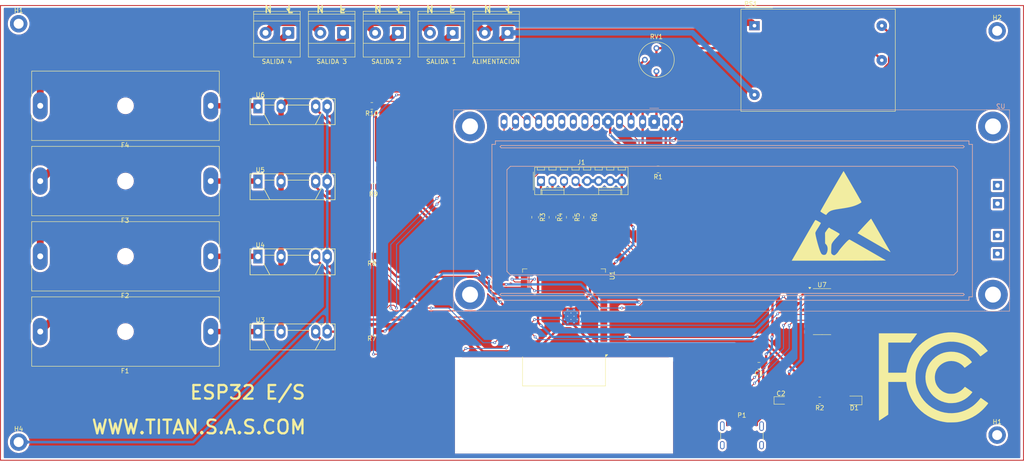
<source format=kicad_pcb>
(kicad_pcb (version 20241229) (generator "pcbnew") (generator_version "9.0")
  (layers (0 "F.Cu" signal) (2 "B.Cu" signal) (13 "F.Paste" user) (15 "B.Paste" user) (5 "F.SilkS" user "F.Silkscreen") (7 "B.SilkS" user "B.Silkscreen") (1 "F.Mask" user) (3 "B.Mask" user) (25 "Edge.Cuts" user))
  (net 0 "")
  (net 1 "Net-(U1-VDD)")
  (net 2 "vcc")
  (net 3 "gnd")
  (net 4 "Net-(D1-A)")
  (net 5 "Net-(F1-Pad1)")
  (net 6 "Net-(J3-Pin_1)")
  (net 7 "Net-(J4-Pin_1)")
  (net 8 "Net-(F2-Pad1)")
  (net 9 "Net-(F3-Pad1)")
  (net 10 "Net-(J5-Pin_1)")
  (net 11 "Net-(J6-Pin_1)")
  (net 12 "Net-(F4-Pad1)")
  (net 13 "Net-(J1-Pin_1)")
  (net 14 "Net-(J1-Pin_4)")
  (net 15 "Net-(J1-Pin_3)")
  (net 16 "Net-(J1-Pin_2)")
  (net 18 "Net-(P1-D-)")
  (net 24 "Net-(P1-D+)")
  (net 25 "Net-(U2-A{slash}VEE)")
  (net 26 "Net-(U1-IO2)")
  (net 27 "IO12")
  (net 28 "IO14")
  (net 29 "IO27")
  (net 30 "IO26")
  (net 31 "IO16")
  (net 32 "Net-(R7-Pad2)")
  (net 33 "IO17")
  (net 34 "Net-(R8-Pad2)")
  (net 35 "Net-(R9-Pad2)")
  (net 36 "IO18")
  (net 37 "Net-(R10-Pad2)")
  (net 38 "IO25")
  (net 39 "Net-(U2-VO)")
  (net 40 "IO22")
  (net 43 "IO23")
  (net 44 "IO01")
  (net 50 "IO4")
  (net 52 "IO03")
  (net 53 "IO21")
  (net 58 "IO19")
  (net 63 "IO5")
  (net 83 "linea")
  (net 84 "Neutro")
  (footprint "Connector_Molex:Molex_KK-254_AE-6410-08A_1x08_P2.54mm_Vertical" (layer "F.Cu") (at 149.86 68.6)
    (property "Reference" "J1")
    (property "Value" "Conn_01x08" (hide yes))
  )
  (footprint "Resistor_SMD:R_0805_2012Metric" (layer "F.Cu") (at 112.6725 85.09 180)
    (property "Reference" "R8")
    (property "Value" "330ohm")
  )
  (footprint "Resistor_SMD:R_0805_2012Metric" (layer "F.Cu") (at 112.6725 52.07 180)
    (property "Reference" "R10")
    (property "Value" "330ohm")
  )
  (footprint "Connector_USB:USB_C_Receptacle_GCT_USB4105-xx-A_16P_TopMnt_Horizontal" (layer "F.Cu") (at 194.06 125.6)
    (property "Reference" "P1")
    (property "Value" "USB_C_Plug_USB2.0")
  )
  (footprint "Resistor_SMD:R_0805_2012Metric" (layer "F.Cu") (at 175.6175 66.04 180)
    (property "Reference" "R1")
    (property "Value" "R_US330ohn")
  )
  (footprint "Fuse:Fuseholder_Cylinder-6.3x32mm_Schurter_0031-8002_Horizontal_Open" (layer "F.Cu") (at 77.25 52.05 180)
    (property "Reference" "F4")
    (property "Value" "Fuse_Small")
  )
  (footprint "Resistor_SMD:R_0805_2012Metric" (layer "F.Cu") (at 160.02 76.5575 -90)
    (property "Reference" "R6")
    (property "Value" "R_US" (hide yes))
  )
  (footprint "TerminalBlock_Phoenix:TerminalBlock_Phoenix_MKDS-1,5-2_1x02_P5.00mm_Horizontal" (layer "F.Cu") (at 106.35 36 180)
    (property "Reference" "SALIDA 3")
    (property "Value" "salida")
  )
  (footprint "Converter_ACDC:Converter_ACDC_MeanWell_IRM-02-xx_THT" (layer "F.Cu") (at 196.82 34.4275)
    (property "Reference" "PS1")
    (property "Value" "IRM-02-5")
  )
  (footprint "Package_SIP:SIP4_Sharp-SSR_P7.62mm_Straight" (layer "F.Cu") (at 87.625 101.72)
    (property "Reference" "U3")
    (property "Value" "S202S02")
  )
  (footprint "TerminalBlock_Phoenix:TerminalBlock_Phoenix_MKDS-1,5-2_1x02_P5.00mm_Horizontal" (layer "F.Cu") (at 130.45 36 180)
    (property "Reference" "SALIDA 1")
    (property "Value" "salida")
  )
  (footprint "Package_SO:SOIC-16_3.9x9.9mm_P1.27mm" (layer "F.Cu") (at 211.68 97.31)
    (property "Reference" "U7")
    (property "Value" "CH340C")
  )
  (footprint "TerminalBlock_Phoenix:TerminalBlock_Phoenix_MKDS-1,5-2_1x02_P5.00mm_Horizontal" (layer "F.Cu") (at 118.4 36 180)
    (property "Reference" "SALIDA 2")
    (property "Value" "salida")
  )
  (footprint "Resistor_SMD:R_0805_2012Metric" (layer "F.Cu") (at 113.03 69.85 180)
    (property "Reference" "R9")
    (property "Value" "330ohm")
  )
  (footprint "TerminalBlock_Phoenix:TerminalBlock_Phoenix_MKDS-1,5-2_1x02_P5.00mm_Horizontal" (layer "F.Cu") (at 142.5 36 180)
    (property "Reference" "ALIMENTACION")
    (property "Value" "alimentacion")
  )
  (footprint "Potentiometer_THT:Potentiometer_Bourns_3339P_Vertical" (layer "F.Cu") (at 175.26 44.45)
    (property "Reference" "RV1")
    (property "Value" "R_Potentiometer_US")
  )
  (footprint "Resistor_SMD:R_0805_2012Metric" (layer "F.Cu") (at 152.4 76.5575 -90)
    (property "Reference" "R4")
    (property "Value" "R_US" (hide yes))
  )
  (footprint "Resistor_SMD:R_0805_2012Metric" (layer "F.Cu") (at 211.1775 116.84 180)
    (property "Reference" "R2")
    (property "Value" "R_US")
  )
  (footprint "MountingHole:MountingHole_2.2mm_M2_DIN965_Pad" (layer "F.Cu") (at 250.19 35.56)
    (property "Reference" "H2")
    (property "Value" "MountingHole_2.2mm_M2_DIN965_Pad" (hide yes))
  )
  (footprint "MountingHole:MountingHole_2.2mm_M2_DIN965_Pad" (layer "F.Cu") (at 35 126)
    (property "Reference" "H4")
    (property "Value" "MountingHole_2.2mm_M2_DIN965_Pad" (hide yes))
  )
  (footprint "Package_SIP:SIP4_Sharp-SSR_P7.62mm_Straight" (layer "F.Cu") (at 87.625 68.7)
    (property "Reference" "U5")
    (property "Value" "S202S02")
  )
  (footprint "Resistor_SMD:R_0805_2012Metric" (layer "F.Cu") (at 156.21 76.5575 -90)
    (property "Reference" "R5")
    (property "Value" "R_US" (hide yes))
  )
  (footprint "MountingHole:MountingHole_2.2mm_M2_DIN965_Pad" (layer "F.Cu") (at 250.19 124.46)
    (property "Reference" "H1")
    (property "Value" "MountingHole_2.2mm_M2_DIN965_Pad" (hide yes))
  )
  (footprint "Resistor_SMD:R_0805_2012Metric" (layer "F.Cu") (at 148.59 76.5575 -90)
    (property "Reference" "R3")
    (property "Value" "R_US" (hide yes))
  )
  (footprint "Capacitor_Tantalum_SMD:CP_EIA-1608-08_AVX-J" (layer "F.Cu") (at 202.645 116.84)
    (property "Reference" "C2")
    (property "Value" "C_Polarized")
  )
  (footprint "Capacitor_SMD:C_0805_2012Metric" (layer "F.Cu") (at 197.8 109.22 180)
    (property "Reference" "C1")
    (property "Value" "C100nF")
  )
  (footprint "Symbol:FCC-Logo_24.2x20mm_SilkScreen" (layer "F.Cu") (at 236.22 111.76)
    (property "Reference" "REF**" (hide yes))
    (property "Value" "FCC-Logo_24.2x20mm_SilkScreen" (hide yes))
  )
  (footprint "RF_Module:ESP32-WROOM-32D" (layer "F.Cu") (at 154.94 97.79 180)
    (property "Reference" "U1")
    (property "Value" "ESP32-WROOM-32D")
  )
  (footprint "Package_SIP:SIP4_Sharp-SSR_P7.62mm_Straight" (layer "F.Cu") (at 87.63 52.19)
    (property "Reference" "U6")
    (property "Value" "S202S02")
  )
  (footprint "Fuse:Fuseholder_Cylinder-6.3x32mm_Schurter_0031-8002_Horizontal_Open" (layer "F.Cu") (at 77.25 101.7 180)
    (property "Reference" "F1")
    (property "Value" "Fuse_Small")
  )
  (footprint "Fuse:Fuseholder_Cylinder-6.3x32mm_Schurter_0031-8002_Horizontal_Open" (layer "F.Cu") (at 77.25 68.6 180)
    (property "Reference" "F3")
    (property "Value" "Fuse_Small")
  )
  (footprint "Fuse:Fuseholder_Cylinder-6.3x32mm_Schurter_0031-8002_Horizontal_Open" (layer "F.Cu") (at 77.25 85.15 180)
    (property "Reference" "F2")
    (property "Value" "Fuse_Small")
  )
  (footprint "Symbol:ESD-Logo_22x20mm_SilkScreen" (layer "F.Cu") (at 215.9 76.2)
    (property "Reference" "REF**" (hide yes))
    (property "Value" "ESD-Logo_22x20mm_SilkScreen" (hide yes))
  )
  (footprint "Resistor_SMD:R_0805_2012Metric" (layer "F.Cu") (at 112.6725 101.6 180)
    (property "Reference" "R7")
    (property "Value" "330ohm")
  )
  (footprint "LED_SMD:LED_0805_2012Metric" (layer "F.Cu") (at 218.7725 116.84 180)
    (property "Reference" "D1")
    (property "Value" "LED")
  )
  (footprint "TerminalBlock_Phoenix:TerminalBlock_Phoenix_MKDS-1,5-2_1x02_P5.00mm_Horizontal" (layer "F.Cu") (at 94.3 36 180)
    (property "Reference" "SALIDA 4")
    (property "Value" "salida")
  )
  (footprint "MountingHole:MountingHole_2.2mm_M2_DIN965_Pad" (layer "F.Cu") (at 35 34)
    (property "Reference" "H1")
    (property "Value" "MountingHole_2.2mm_M2_DIN965_Pad" (hide yes))
  )
  (footprint "Package_SIP:SIP4_Sharp-SSR_P7.62mm_Straight" (layer "F.Cu") (at 87.625 85.21)
    (property "Reference" "U4")
    (property "Value" "S202S02")
  )
  (footprint "Display:LCD-016N002L" (layer "B.Cu") (at 174.77 55.5725 180)
    (property "Reference" "U2")
    (property "Value" "LCD-016N002L")
  )
  (gr_rect (start 31 30) (end 256 130) (stroke (width 0.2)) (fill no) (layer "F.Cu") (net 10))
  (gr_text "ESP32 E/S" (at 72.39 116.84 0) (layer "F.SilkS") (effects (font (size 3 3) (thickness 0.5) (bold yes)) (justify left bottom)))
  (gr_text "N   L" (at 137.16 31.75 0) (layer "F.SilkS") (effects (font (size 1.5 1.5) (thickness 0.3) (bold yes)) (justify left bottom)))
  (gr_text "N   L" (at 88.9 31.75 0) (layer "F.SilkS") (effects (font (size 1.5 1.5) (thickness 0.3) (bold yes)) (justify left bottom)))
  (gr_text "N   L" (at 113.03 31.75 0) (layer "F.SilkS") (effects (font (size 1.5 1.5) (thickness 0.3) (bold yes)) (justify left bottom)))
  (gr_text "N   L" (at 100.33 31.75 0) (layer "F.SilkS") (effects (font (size 1.5 1.5) (thickness 0.3) (bold yes)) (justify left bottom)))
  (gr_text "N   L" (at 124.46 31.75 0) (layer "F.SilkS") (effects (font (size 1.5 1.5) (thickness 0.3) (bold yes)) (justify left bottom)))
  (gr_text "WWW.TITAN.S.A.S.COM" (at 50.8 124.46 0) (layer "F.SilkS") (effects (font (size 3 3) (thickness 0.5) (bold yes)) (justify left bottom)))
  (segment (start 196.85 109.22) (end 192.4 104.77) (width 0.5) (layer "F.Cu") (net 1))
  (segment (start 192.4 104.77) (end 163.69 104.77) (width 0.5) (layer "F.Cu") (net 1))
  (segment (start 224.82 42.0275) (end 222.1625 39.37) (width 0.5) (layer "F.Cu") (net 2))
  (segment (start 222.1625 39.37) (end 175.26 39.37) (width 0.5) (layer "F.Cu") (net 2))
  (segment (start 213.404 92.114) (end 214.155 92.865) (width 0.5) (layer "F.Cu") (net 2))
  (segment (start 175.26 39.37) (end 175.26 40.898765) (width 0.5) (layer "F.Cu") (net 2))
  (segment (start 201.93 116.84) (end 200.66 116.84) (width 0.5) (layer "F.Cu") (net 2))
  (segment (start 199.39 108.58) (end 198.75 109.22) (width 0.5) (layer "F.Cu") (net 2))
  (segment (start 172.23 63.565) (end 172.23 55.5725) (width 0.5) (layer "F.Cu") (net 2))
  (segment (start 200.779 102.751) (end 200.66 102.87) (width 0.5) (layer "F.Cu") (net 2))
  (segment (start 198.75 113.66) (end 201.93 116.84) (width 0.5) (layer "F.Cu") (net 2))
  (segment (start 174.705 66.04) (end 172.23 63.565) (width 0.5) (layer "F.Cu") (net 2))
  (segment (start 198.75 109.22) (end 198.75 113.66) (width 0.5) (layer "F.Cu") (net 2))
  (segment (start 200.66 116.84) (end 200.025 117.475) (width 0.5) (layer "F.Cu") (net 2))
  (segment (start 196.46 121.04) (end 196.46 121.92) (width 0.5) (layer "F.Cu") (net 2))
  (segment (start 200.779 92.114) (end 213.404 92.114) (width 0.5) (layer "F.Cu") (net 2))
  (segment (start 175.26 40.898765) (end 172.23 43.928765) (width 0.5) (layer "F.Cu") (net 2))
  (segment (start 172.23 43.928765) (end 172.23 55.5725) (width 0.5) (layer "F.Cu") (net 2))
  (segment (start 199.39 106.68) (end 199.39 108.58) (width 0.5) (layer "F.Cu") (net 2))
  (segment (start 200.025 117.475) (end 196.46 121.04) (width 0.5) (layer "F.Cu") (net 2))
  (segment (start 200.779 92.114) (end 200.779 102.751) (width 0.5) (layer "F.Cu") (net 2))
  (segment (start 174.705 66.04) (end 200.779 92.114) (width 0.5) (layer "F.Cu") (net 2))
  (via (at 199.39 106.68) (size 0.6) (drill 0.3) (layers "F.Cu" "B.Cu") (net 2))
  (via (at 200.66 102.87) (size 0.6) (drill 0.3) (layers "F.Cu" "B.Cu") (net 2))
  (segment (start 200.66 102.87) (end 200.66 105.41) (width 0.5) (layer "B.Cu") (net 2))
  (segment (start 200.66 105.41) (end 199.39 106.68) (width 0.5) (layer "B.Cu") (net 2))
  (segment (start 197.26 121.720083) (end 199.600083 119.38) (width 0.5) (layer "F.Cu") (net 3))
  (segment (start 224.82 34.4275) (end 226.421 36.0285) (width 0.5) (layer "F.Cu") (net 3))
  (segment (start 175.26 44.45) (end 175.26 55.0825) (width 0.5) (layer "F.Cu") (net 3))
  (segment (start 208.125 92.865) (end 209.205 92.865) (width 0.5) (layer "F.Cu") (net 3))
  (segment (start 203.36 116.84) (end 204.47 115.73) (width 0.5) (layer "F.Cu") (net 3))
  (segment (start 167.64 76.2) (end 167.64 68.6) (width 0.5) (layer "F.Cu") (net 3))
  (segment (start 175.26 55.0825) (end 174.77 55.5725) (width 0.5) (layer "F.Cu") (net 3))
  (segment (start 106.56 101.72) (end 109.22 99.06) (width 0.5) (layer "F.Cu") (net 3))
  (segment (start 217.17 120.65) (end 219.71 118.11) (width 0.5) (layer "F.Cu") (net 3))
  (segment (start 167.64 60.96) (end 165.1 58.42) (width 0.5) (layer "F.Cu") (net 3))
  (segment (start 161.171 87.759) (end 160.65 88.28) (width 0.5) (layer "F.Cu") (net 3))
  (segment (start 190.86 118.905032) (end 190.86 121.92) (width 0.5) (layer "F.Cu") (net 3))
  (segment (start 137.062 106.04) (end 146.19 106.04) (width 0.5) (layer "F.Cu") (net 3))
  (segment (start 203.36 119.22) (end 203.36 116.84) (width 0.5) (layer "F.Cu") (net 3))
  (segment (start 226.421 36.0285) (end 226.421 42.690656) (width 0.5) (layer "F.Cu") (net 3))
  (segment (start 146.19 106.04) (end 148.72 106.04) (width 0.5) (layer "F.Cu") (net 3))
  (segment (start 207.01 93.98) (end 208.125 92.865) (width 0.5) (layer "F.Cu") (net 3))
  (segment (start 165.1 58.42) (end 165.1 56.0625) (width 0.5) (layer "F.Cu") (net 3))
  (segment (start 203.2 119.38) (end 203.36 119.22) (width 0.5) (layer "F.Cu") (net 3))
  (segment (start 213.539156 55.5725) (end 179.85 55.5725) (width 0.5) (layer "F.Cu") (net 3))
  (segment (start 109.22 99.06) (end 130.082 99.06) (width 0.5) (layer "F.Cu") (net 3))
  (segment (start 161.171 87.759) (end 164.971 87.759) (width 0.5) (layer "F.Cu") (net 3))
  (segment (start 102.865 68.7) (end 102.865 68.585) (width 0.5) (layer "F.Cu") (net 3))
  (segment (start 219.71 118.11) (end 219.71 116.84) (width 0.5) (layer "F.Cu") (net 3))
  (segment (start 130.082 99.06) (end 137.062 106.04) (width 0.5) (layer "F.Cu") (net 3))
  (segment (start 165.1 68.6) (end 167.64 68.6) (width 0.5) (layer "F.Cu") (net 3))
  (segment (start 162.56 68.6) (end 165.1 68.6) (width 0.5) (layer "F.Cu") (net 3))
  (segment (start 197.26 121.92) (end 197.26 121.720083) (width 0.5) (layer "F.Cu") (net 3))
  (segment (start 160.65 88.28) (end 160.65 93.41) (width 0.5) (layer "F.Cu") (net 3))
  (segment (start 199.600083 119.38) (end 203.2 119.38) (width 0.5) (layer "F.Cu") (net 3))
  (segment (start 226.421 42.690656) (end 213.539156 55.5725) (width 0.5) (layer "F.Cu") (net 3))
  (segment (start 164.971 87.759) (end 166.37 86.36) (width 0.5) (layer "F.Cu") (net 3))
  (segment (start 179.85 55.5725) (end 179.85 58.91) (width 0.5) (layer "F.Cu") (net 3))
  (segment (start 163.69 106.04) (end 177.994968 106.04) (width 0.5) (layer "F.Cu") (net 3))
  (segment (start 102.865 68.585) (end 102.87 68.58) (width 0.5) (layer "F.Cu") (net 3))
  (segment (start 207.17 120.65) (end 217.17 120.65) (width 0.5) (layer "F.Cu") (net 3))
  (segment (start 160.65 93.41) (end 157.14 96.92) (width 0.5) (layer "F.Cu") (net 3))
  (segment (start 204.47 115.73) (end 204.47 110.49) (width 0.5) (layer "F.Cu") (net 3))
  (segment (start 156.44 99.622) (end 156.44 98.32) (width 0.5) (layer "F.Cu") (net 3))
  (segment (start 203.36 116.84) (end 207.17 120.65) (width 0.5) (layer "F.Cu") (net 3))
  (segment (start 163.69 106.04) (end 162.858 106.04) (width 0.5) (layer "F.Cu") (net 3))
  (segment (start 179.85 58.91) (end 179.07 59.69) (width 0.5) (layer "F.Cu") (net 3))
  (segment (start 165.1 56.0625) (end 164.61 55.5725) (width 0.5) (layer "F.Cu") (net 3))
  (segment (start 167.64 68.6) (end 167.64 60.96) (width 0.5) (layer "F.Cu") (net 3))
  (segment (start 102.865 101.72) (end 106.56 101.72) (width 0.5) (layer "F.Cu") (net 3))
  (segment (start 177.994968 106.04) (end 190.86 118.905032) (width 0.5) (layer "F.Cu") (net 3))
  (segment (start 160.02 68.6) (end 162.56 68.6) (width 0.5) (layer "F.Cu") (net 3))
  (segment (start 170.18 78.74) (end 167.64 76.2) (width 0.5) (layer "F.Cu") (net 3))
  (segment (start 102.865 85.21) (end 102.865 86.355) (width 0.5) (layer "F.Cu") (net 3))
  (segment (start 162.858 106.04) (end 156.44 99.622) (width 0.5) (layer "F.Cu") (net 3))
  (segment (start 148.72 106.04) (end 155.04 99.72) (width 0.5) (layer "F.Cu") (net 3))
  (via (at 207.01 93.98) (size 0.6) (drill 0.3) (layers "F.Cu" "B.Cu") (net 3))
  (via (at 102.87 68.58) (size 0.6) (drill 0.3) (layers "F.Cu" "B.Cu") (net 3))
  (via (at 166.37 86.36) (size 0.6) (drill 0.3) (layers "F.Cu" "B.Cu") (net 3))
  (via (at 170.18 78.74) (size 0.6) (drill 0.3) (layers "F.Cu" "B.Cu") (net 3))
  (via (at 165.1 58.42) (size 0.6) (drill 0.3) (layers "F.Cu" "B.Cu") (net 3))
  (via (at 179.07 59.69) (size 0.6) (drill 0.3) (layers "F.Cu" "B.Cu") (net 3))
  (via (at 204.47 110.49) (size 0.6) (drill 0.3) (layers "F.Cu" "B.Cu") (net 3))
  (segment (start 102.865 96.52) (end 102.865 101.72) (width 0.5) (layer "B.Cu") (net 3))
  (segment (start 166.37 86.36) (end 170.18 82.55) (width 0.5) (layer "B.Cu") (net 3))
  (segment (start 102.87 52.19) (end 102.87 68.695) (width 0.5) (layer "B.Cu") (net 3))
  (segment (start 102.865 96.52) (end 73.385 126) (width 0.5) (layer "B.Cu") (net 3))
  (segment (start 102.87 68.695) (end 102.865 68.7) (width 0.5) (layer "B.Cu") (net 3))
  (segment (start 207.01 107.95) (end 207.01 93.98) (width 0.5) (layer "B.Cu") (net 3))
  (segment (start 73.385 126) (end 35 126) (width 0.5) (layer "B.Cu") (net 3))
  (segment (start 166.37 59.69) (end 165.1 58.42) (width 0.5) (layer "B.Cu") (net 3))
  (segment (start 102.865 68.585) (end 102.865 85.21) (width 0.5) (layer "B.Cu") (net 3))
  (segment (start 179.07 59.69) (end 166.37 59.69) (width 0.5) (layer "B.Cu") (net 3))
  (segment (start 170.18 82.55) (end 170.18 78.74) (width 0.5) (layer "B.Cu") (net 3))
  (segment (start 102.87 68.58) (end 102.865 68.585) (width 0.5) (layer "B.Cu") (net 3))
  (segment (start 102.865 85.21) (end 102.865 96.52) (width 0.5) (layer "B.Cu") (net 3))
  (segment (start 204.47 110.49) (end 207.01 107.95) (width 0.5) (layer "B.Cu") (net 3))
  (segment (start 217.835 116.84) (end 215.295 119.38) (width 0.5) (layer "F.Cu") (net 4))
  (segment (start 210.265 117.555) (end 210.265 116.84) (width 0.5) (layer "F.Cu") (net 4))
  (segment (start 212.09 119.38) (end 210.265 117.555) (width 0.5) (layer "F.Cu") (net 4))
  (segment (start 215.295 119.38) (end 212.09 119.38) (width 0.5) (layer "F.Cu") (net 4))
  (segment (start 77.25 101.7) (end 87.605 101.7) (width 1.2) (layer "F.Cu") (net 5))
  (segment (start 87.605 101.7) (end 87.625 101.72) (width 1.2) (layer "F.Cu") (net 5))
  (segment (start 44.45 73.66) (end 50.8 67.31) (width 1.5) (layer "F.Cu") (net 6))
  (segment (start 55.88 46.99) (end 119.46 46.99) (width 1.5) (layer "F.Cu") (net 6))
  (segment (start 44.45 97) (end 44.45 73.66) (width 1.5) (layer "F.Cu") (net 6))
  (segment (start 39.75 101.7) (end 44.45 97) (width 1.5) (layer "F.Cu") (net 6))
  (segment (start 50.8 67.31) (end 50.8 52.07) (width 1.5) (layer "F.Cu") (net 6))
  (segment (start 50.8 52.07) (end 55.88 46.99) (width 1.5) (layer "F.Cu") (net 6))
  (segment (start 119.46 46.99) (end 130.45 36) (width 1.5) (layer "F.Cu") (net 6))
  (segment (start 109.95 44.45) (end 54.61 44.45) (width 1.5) (layer "F.Cu") (net 7))
  (segment (start 39.75 74.55) (end 39.75 85.15) (width 1.5) (layer "F.Cu") (net 7))
  (segment (start 48.26 66.04) (end 39.75 74.55) (width 1.5) (layer "F.Cu") (net 7))
  (segment (start 48.26 50.8) (end 48.26 66.04) (width 1.5) (layer "F.Cu") (net 7))
  (segment (start 54.61 44.45) (end 48.26 50.8) (width 1.5) (layer "F.Cu") (net 7))
  (segment (start 118.4 36) (end 109.95 44.45) (width 1.5) (layer "F.Cu") (net 7))
  (segment (start 87.565 85.15) (end 87.625 85.21) (width 1.2) (layer "F.Cu") (net 8))
  (segment (start 77.25 85.15) (end 87.565 85.15) (width 1.2) (layer "F.Cu") (net 8))
  (segment (start 87.525 68.6) (end 87.625 68.7) (width 1.2) (layer "F.Cu") (net 9))
  (segment (start 77.25 68.6) (end 87.525 68.6) (width 1.2) (layer "F.Cu") (net 9))
  (segment (start 101.6 41.91) (end 106.35 37.16) (width 1.5) (layer "F.Cu") (net 10))
  (segment (start 44.45 63.9) (end 44.45 49.53) (width 1.5) (layer "F.Cu") (net 10))
  (segment (start 39.75 68.6) (end 44.45 63.9) (width 1.5) (layer "F.Cu") (net 10))
  (segment (start 106.35 37.16) (end 106.35 36) (width 1.5) (layer "F.Cu") (net 10))
  (segment (start 44.45 49.53) (end 52.07 41.91) (width 1.5) (layer "F.Cu") (net 10))
  (segment (start 52.07 41.91) (end 101.6 41.91) (width 1.5) (layer "F.Cu") (net 10))
  (segment (start 39.75 47.88) (end 39.75 52.05) (width 1.5) (layer "F.Cu") (net 11))
  (segment (start 94.3 36) (end 90.93 39.37) (width 1.5) (layer "F.Cu") (net 11))
  (segment (start 90.93 39.37) (end 48.26 39.37) (width 1.5) (layer "F.Cu") (net 11))
  (segment (start 48.26 39.37) (end 39.75 47.88) (width 1.5) (layer "F.Cu") (net 11))
  (segment (start 87.49 52.05) (end 87.63 52.19) (width 1.2) (layer "F.Cu") (net 12))
  (segment (start 77.25 52.05) (end 87.49 52.05) (width 1.2) (layer "F.Cu") (net 12))
  (segment (start 149.86 74.375) (end 148.59 75.645) (width 0.5) (layer "F.Cu") (net 13))
  (segment (start 149.86 68.6) (end 149.86 74.375) (width 0.5) (layer "F.Cu") (net 13))
  (segment (start 160.02 75.645) (end 160.02 71.14) (width 0.5) (layer "F.Cu") (net 14))
  (segment (start 160.02 71.14) (end 157.48 68.6) (width 0.5) (layer "F.Cu") (net 14))
  (segment (start 154.94 68.6) (end 154.94 74.375) (width 0.5) (layer "F.Cu") (net 15))
  (segment (start 154.94 74.375) (end 156.21 75.645) (width 0.5) (layer "F.Cu") (net 15))
  (segment (start 152.4 68.6) (end 152.4 75.645) (width 0.5) (layer "F.Cu") (net 16))
  (segment (start 205.585 99.215) (end 209.205 99.215) (width 0.2) (layer "F.Cu") (net 18))
  (segment (start 194.31 121.92) (end 194.31 115.57) (width 0.2) (layer "F.Cu") (net 18))
  (segment (start 204.47 100.33) (end 205.585 99.215) (width 0.2) (layer "F.Cu") (net 18))
  (segment (start 194.31 115.57) (end 196.85 113.03) (width 0.2) (layer "F.Cu") (net 18))
  (via (at 204.47 100.33) (size 0.6) (drill 0.3) (layers "F.Cu" "B.Cu") (net 18))
  (via (at 196.85 113.03) (size 0.6) (drill 0.3) (layers "F.Cu" "B.Cu") (net 18))
  (segment (start 204.47 105.41) (end 204.47 100.33) (width 0.2) (layer "B.Cu") (net 18))
  (segment (start 196.85 113.03) (end 204.47 105.41) (width 0.2) (layer "B.Cu") (net 18))
  (segment (start 193.81 114.8) (end 193.81 121.92) (width 0.2) (layer "F.Cu") (net 24))
  (segment (start 205.585 97.945) (end 203.2 100.33) (width 0.2) (layer "F.Cu") (net 24))
  (segment (start 209.205 97.945) (end 205.585 97.945) (width 0.2) (layer "F.Cu") (net 24))
  (segment (start 196.85 111.76) (end 193.81 114.8) (width 0.2) (layer "F.Cu") (net 24))
  (via (at 203.2 100.33) (size 0.6) (drill 0.3) (layers "F.Cu" "B.Cu") (net 24))
  (via (at 196.85 111.76) (size 0.6) (drill 0.3) (layers "F.Cu" "B.Cu") (net 24))
  (segment (start 203.2 105.41) (end 196.85 111.76) (width 0.2) (layer "B.Cu") (net 24))
  (segment (start 203.2 100.33) (end 203.2 105.41) (width 0.2) (layer "B.Cu") (net 24))
  (segment (start 177.31 55.5725) (end 177.31 65.26) (width 0.5) (layer "F.Cu") (net 25))
  (segment (start 177.31 65.26) (end 176.53 66.04) (width 0.5) (layer "F.Cu") (net 25))
  (segment (start 198.12 102.87) (end 168.91 102.87) (width 0.5) (layer "F.Cu") (net 26))
  (segment (start 149.22 99.69) (end 149.22 88.28) (width 0.5) (layer "F.Cu") (net 26))
  (segment (start 212.09 116.84) (end 198.12 102.87) (width 0.5) (layer "F.Cu") (net 26))
  (segment (start 149.86 100.33) (end 149.22 99.69) (width 0.5) (layer "F.Cu") (net 26))
  (via (at 168.91 102.87) (size 0.6) (drill 0.3) (layers "F.Cu" "B.Cu") (net 26))
  (via (at 149.86 100.33) (size 0.6) (drill 0.3) (layers "F.Cu" "B.Cu") (net 26))
  (segment (start 152.4 102.87) (end 149.86 100.33) (width 0.5) (layer "B.Cu") (net 26))
  (segment (start 168.91 102.87) (end 152.4 102.87) (width 0.5) (layer "B.Cu") (net 26))
  (segment (start 168.28 89.53) (end 163.69 89.53) (width 0.2) (layer "F.Cu") (net 27))
  (segment (start 165.1 81.28) (end 168.91 85.09) (width 0.2) (layer "F.Cu") (net 27))
  (segment (start 168.91 85.09) (end 168.91 88.9) (width 0.2) (layer "F.Cu") (net 27))
  (segment (start 148.59 77.47) (end 152.4 81.28) (width 0.2) (layer "F.Cu") (net 27))
  (segment (start 152.4 81.28) (end 165.1 81.28) (width 0.2) (layer "F.Cu") (net 27))
  (segment (start 168.91 88.9) (end 168.28 89.53) (width 0.2) (layer "F.Cu") (net 27))
  (segment (start 170.18 85.09) (end 170.18 90.17) (width 0.2) (layer "F.Cu") (net 28))
  (segment (start 165.1 80.01) (end 170.18 85.09) (width 0.2) (layer "F.Cu") (net 28))
  (segment (start 170.18 90.17) (end 169.55 90.8) (width 0.2) (layer "F.Cu") (net 28))
  (segment (start 154.94 80.01) (end 165.1 80.01) (width 0.2) (layer "F.Cu") (net 28))
  (segment (start 169.55 90.8) (end 163.69 90.8) (width 0.2) (layer "F.Cu") (net 28))
  (segment (start 152.4 77.47) (end 154.94 80.01) (width 0.2) (layer "F.Cu") (net 28))
  (segment (start 156.21 77.47) (end 157.48 78.74) (width 0.2) (layer "F.Cu") (net 29))
  (segment (start 171.45 85.09) (end 171.45 91.44) (width 0.2) (layer "F.Cu") (net 29))
  (segment (start 157.48 78.74) (end 165.1 78.74) (width 0.2) (layer "F.Cu") (net 29))
  (segment (start 165.1 78.74) (end 171.45 85.09) (width 0.2) (layer "F.Cu") (net 29))
  (segment (start 171.45 91.44) (end 170.82 92.07) (width 0.2) (layer "F.Cu") (net 29))
  (segment (start 170.82 92.07) (end 163.69 92.07) (width 0.2) (layer "F.Cu") (net 29))
  (segment (start 172.72 92.71) (end 172.09 93.34) (width 0.2) (layer "F.Cu") (net 30))
  (segment (start 172.72 85.09) (end 172.72 92.71) (width 0.2) (layer "F.Cu") (net 30))
  (segment (start 165.1 77.47) (end 172.72 85.09) (width 0.2) (layer "F.Cu") (net 30))
  (segment (start 160.02 77.47) (end 165.1 77.47) (width 0.2) (layer "F.Cu") (net 30))
  (segment (start 172.09 93.34) (end 163.69 93.34) (width 0.2) (layer "F.Cu") (net 30))
  (segment (start 113.585 101.6) (end 115.57 101.6) (width 0.5) (layer "F.Cu") (net 31))
  (segment (start 139.06 92.07) (end 146.19 92.07) (width 0.5) (layer "F.Cu") (net 31))
  (segment (start 135.89 88.9) (end 139.06 92.07) (width 0.5) (layer "F.Cu") (net 31))
  (via (at 115.57 101.6) (size 0.6) (drill 0.3) (layers "F.Cu" "B.Cu") (net 31))
  (via (at 135.89 88.9) (size 0.6) (drill 0.3) (layers "F.Cu" "B.Cu") (net 31))
  (segment (start 128.27 88.9) (end 135.89 88.9) (width 0.5) (layer "B.Cu") (net 31))
  (segment (start 115.57 101.6) (end 128.27 88.9) (width 0.5) (layer "B.Cu") (net 31))
  (segment (start 103.515 105.41) (end 107.95 105.41) (width 0.5) (layer "F.Cu") (net 32))
  (segment (start 100.325 102.22) (end 103.515 105.41) (width 0.5) (layer "F.Cu") (net 32))
  (segment (start 107.95 105.41) (end 111.76 101.6) (width 0.5) (layer "F.Cu") (net 32))
  (segment (start 100.325 101.72) (end 100.325 102.22) (width 0.5) (layer "F.Cu") (net 32))
  (segment (start 139.338636 93.34) (end 146.19 93.34) (width 0.5) (layer "F.Cu") (net 33))
  (segment (start 135.649636 89.651) (end 139.338636 93.34) (width 0.5) (layer "F.Cu") (net 33))
  (segment (start 118.146 89.651) (end 135.649636 89.651) (width 0.5) (layer "F.Cu") (net 33))
  (segment (start 113.585 85.09) (end 118.146 89.651) (width 0.5) (layer "F.Cu") (net 33))
  (segment (start 110.49 88.9) (end 111.76 87.63) (width 0.5) (layer "F.Cu") (net 34))
  (segment (start 111.76 87.63) (end 111.76 85.09) (width 0.5) (layer "F.Cu") (net 34))
  (segment (start 100.325 85.21) (end 100.325 85.71) (width 0.5) (layer "F.Cu") (net 34))
  (segment (start 100.325 85.71) (end 103.515 88.9) (width 0.5) (layer "F.Cu") (net 34))
  (segment (start 103.515 88.9) (end 110.49 88.9) (width 0.5) (layer "F.Cu") (net 34))
  (segment (start 107.95 72.39) (end 110.49 69.85) (width 0.5) (layer "F.Cu") (net 35))
  (segment (start 100.325 69.845) (end 102.87 72.39) (width 0.5) (layer "F.Cu") (net 35))
  (segment (start 110.49 69.85) (end 112.1175 69.85) (width 0.5) (layer "F.Cu") (net 35))
  (segment (start 100.325 68.7) (end 100.325 69.845) (width 0.5) (layer "F.Cu") (net 35))
  (segment (start 102.87 72.39) (end 107.95 72.39) (width 0.5) (layer "F.Cu") (net 35))
  (segment (start 140.97 95.25) (end 141.6 95.88) (width 0.5) (layer "F.Cu") (net 36))
  (segment (start 118.11 69.85) (end 138.43 90.17) (width 0.5) (layer "F.Cu") (net 36))
  (segment (start 113.9425 69.85) (end 118.11 69.85) (width 0.5) (layer "F.Cu") (net 36))
  (segment (start 141.6 95.88) (end 146.19 95.88) (width 0.5) (layer "F.Cu") (net 36))
  (via (at 140.97 95.25) (size 0.6) (drill 0.3) (layers "F.Cu" "B.Cu") (net 36))
  (via (at 138.43 90.17) (size 0.6) (drill 0.3) (layers "F.Cu" "B.Cu") (net 36))
  (segment (start 138.43 90.17) (end 138.43 92.71) (width 0.5) (layer "B.Cu") (net 36))
  (segment (start 138.43 92.71) (end 140.97 95.25) (width 0.5) (layer "B.Cu") (net 36))
  (segment (start 103.52 55.88) (end 109.22 55.88) (width 0.5) (layer "F.Cu") (net 37))
  (segment (start 111.76 53.34) (end 111.76 52.07) (width 0.5) (layer "F.Cu") (net 37))
  (segment (start 100.33 52.19) (end 100.33 52.69) (width 0.5) (layer "F.Cu") (net 37))
  (segment (start 100.33 52.69) (end 103.52 55.88) (width 0.5) (layer "F.Cu") (net 37))
  (segment (start 109.22 55.88) (end 111.76 53.34) (width 0.5) (layer "F.Cu") (net 37))
  (segment (start 140.85 91.32) (end 142.24 91.32) (width 0.5) (layer "F.Cu") (net 38))
  (segment (start 170.81 94.61) (end 163.69 94.61) (width 0.5) (layer "F.Cu") (net 38))
  (segment (start 113.585 52.07) (end 113.585 64.055) (width 0.5) (layer "F.Cu") (net 38))
  (segment (start 113.585 64.055) (end 139.7 90.17) (width 0.5) (layer "F.Cu") (net 38))
  (segment (start 171.45 95.25) (end 170.81 94.61) (width 0.5) (layer "F.Cu") (net 38))
  (segment (start 139.7 90.17) (end 140.85 91.32) (width 0.5) (layer "F.Cu") (net 38))
  (via (at 171.45 95.25) (size 0.6) (drill 0.3) (layers "F.Cu" "B.Cu") (net 38))
  (via (at 142.24 91.32) (size 0.6) (drill 0.3) (layers "F.Cu" "B.Cu") (net 38))
  (segment (start 142.24 91.32) (end 158.63 91.32) (width 0.5) (layer "B.Cu") (net 38))
  (segment (start 161.29 93.98) (end 162.56 95.25) (width 0.5) (layer "B.Cu") (net 38))
  (segment (start 162.56 95.25) (end 171.45 95.25) (width 0.5) (layer "B.Cu") (net 38))
  (segment (start 158.63 91.32) (end 161.29 93.98) (width 0.5) (layer "B.Cu") (net 38))
  (segment (start 169.69 44.94) (end 172.72 41.91) (width 0.5) (layer "F.Cu") (net 39))
  (segment (start 169.69 55.5725) (end 169.69 44.94) (width 0.5) (layer "F.Cu") (net 39))
  (segment (start 112.7715 84.40484) (end 112.7715 85.77516) (width 0.2) (layer "F.Cu") (net 40))
  (segment (start 139.7 104.14) (end 140.34 103.5) (width 0.2) (layer "F.Cu") (net 40))
  (segment (start 140.34 103.5) (end 146.19 103.5) (width 0.2) (layer "F.Cu") (net 40))
  (segment (start 142.3265 51.069) (end 113.08734 51.069) (width 0.2) (layer "F.Cu") (net 40))
  (segment (start 123.51634 96.52) (end 125.73 96.52) (width 0.2) (layer "F.Cu") (net 40))
  (segment (start 112.7715 85.77516) (end 123.51634 96.52) (width 0.2) (layer "F.Cu") (net 40))
  (segment (start 112.7715 51.38484) (end 112.7715 52.75516) (width 0.2) (layer "F.Cu") (net 40))
  (segment (start 113.08734 51.069) (end 112.7715 51.38484) (width 0.2) (layer "F.Cu") (net 40))
  (segment (start 112.7715 52.75516) (end 113.034 53.01766) (width 0.2) (layer "F.Cu") (net 40))
  (segment (start 113.034 53.01766) (end 113.034 84.14234) (width 0.2) (layer "F.Cu") (net 40))
  (segment (start 146.83 55.5725) (end 142.3265 51.069) (width 0.2) (layer "F.Cu") (net 40))
  (segment (start 113.034 84.14234) (end 112.7715 84.40484) (width 0.2) (layer "F.Cu") (net 40))
  (via (at 125.73 96.52) (size 0.6) (drill 0.3) (layers "F.Cu" "B.Cu") (net 40))
  (via (at 139.7 104.14) (size 0.6) (drill 0.3) (layers "F.Cu" "B.Cu") (net 40))
  (segment (start 125.73 96.52) (end 129.54 96.52) (width 0.2) (layer "B.Cu") (net 40))
  (segment (start 129.54 96.52) (end 137.16 104.14) (width 0.2) (layer "B.Cu") (net 40))
  (segment (start 137.16 104.14) (end 139.7 104.14) (width 0.2) (layer "B.Cu") (net 40))
  (segment (start 142.24 105.29) (end 142.76 104.77) (width 0.2) (layer "F.Cu") (net 43))
  (segment (start 149.37 55.5725) (end 143.4385 49.641) (width 0.2) (layer "F.Cu") (net 43))
  (segment (start 143.4385 49.641) (end 118.11 49.641) (width 0.2) (layer "F.Cu") (net 43))
  (segment (start 113.03 106.68) (end 132.08 106.68) (width 0.2) (layer "F.Cu") (net 43))
  (segment (start 132.08 106.68) (end 133.35 105.41) (width 0.2) (layer "F.Cu") (net 43))
  (segment (start 142.76 104.77) (end 146.19 104.77) (width 0.2) (layer "F.Cu") (net 43))
  (via (at 118.11 49.641) (size 0.6) (drill 0.3) (layers "F.Cu" "B.Cu") (net 43))
  (via (at 133.35 105.41) (size 0.6) (drill 0.3) (layers "F.Cu" "B.Cu") (net 43))
  (via (at 113.03 106.68) (size 0.6) (drill 0.3) (layers "F.Cu" "B.Cu") (net 43))
  (via (at 142.24 105.29) (size 0.6) (drill 0.3) (layers "F.Cu" "B.Cu") (net 43))
  (segment (start 133.35 105.41) (end 142.12 105.41) (width 0.2) (layer "B.Cu") (net 43))
  (segment (start 113.03 54.721) (end 113.03 106.68) (width 0.2) (layer "B.Cu") (net 43))
  (segment (start 142.12 105.41) (end 142.24 105.29) (width 0.2) (layer "B.Cu") (net 43))
  (segment (start 118.11 49.641) (end 113.03 54.721) (width 0.2) (layer "B.Cu") (net 43))
  (segment (start 205.74 97.544) (end 202.176 97.544) (width 0.2) (layer "F.Cu") (net 44))
  (segment (start 207.879 95.405) (end 205.74 97.544) (width 0.2) (layer "F.Cu") (net 44))
  (segment (start 148.59 102.87) (end 147.95 102.23) (width 0.2) (layer "F.Cu") (net 44))
  (segment (start 147.95 102.23) (end 146.19 102.23) (width 0.2) (layer "F.Cu") (net 44))
  (segment (start 209.205 95.405) (end 207.879 95.405) (width 0.2) (layer "F.Cu") (net 44))
  (segment (start 202.176 97.544) (end 201.93 97.79) (width 0.2) (layer "F.Cu") (net 44))
  (via (at 201.93 97.79) (size 0.6) (drill 0.3) (layers "F.Cu" "B.Cu") (net 44))
  (via (at 148.59 102.87) (size 0.6) (drill 0.3) (layers "F.Cu" "B.Cu") (net 44))
  (segment (start 149.191 103.471) (end 148.59 102.87) (width 0.2) (layer "B.Cu") (net 44))
  (segment (start 196.249 103.471) (end 149.191 103.471) (width 0.2) (layer "B.Cu") (net 44))
  (segment (start 201.93 97.79) (end 196.249 103.471) (width 0.2) (layer "B.Cu") (net 44))
  (segment (start 173.121 94.428943) (end 171.029943 96.52) (width 0.2) (layer "F.Cu") (net 50))
  (segment (start 171.45 83.2529) (end 173.121 84.9239) (width 0.2) (layer "F.Cu") (net 50))
  (segment (start 171.029943 96.52) (end 167.64 96.52) (width 0.2) (layer "F.Cu") (net 50))
  (segment (start 144.14 90.8) (end 143.51 90.17) (width 0.2) (layer "F.Cu") (net 50))
  (segment (start 171.45 59.8725) (end 171.45 83.2529) (width 0.2) (layer "F.Cu") (net 50))
  (segment (start 146.19 90.8) (end 144.14 90.8) (width 0.2) (layer "F.Cu") (net 50))
  (segment (start 148.272 90.17) (end 147.642 90.8) (width 0.2) (layer "F.Cu") (net 50))
  (segment (start 167.15 55.5725) (end 171.45 59.8725) (width 0.2) (layer "F.Cu") (net 50))
  (segment (start 148.47 92.71) (end 147.642 91.882) (width 0.2) (layer "F.Cu") (net 50))
  (segment (start 147.642 91.882) (end 147.642 90.8) (width 0.2) (layer "F.Cu") (net 50))
  (segment (start 148.47 90.17) (end 148.272 90.17) (width 0.2) (layer "F.Cu") (net 50))
  (segment (start 173.121 84.9239) (end 173.121 94.428943) (width 0.2) (layer "F.Cu") (net 50))
  (via (at 148.47 90.17) (size 0.6) (drill 0.3) (layers "F.Cu" "B.Cu") (net 50))
  (via (at 148.47 92.71) (size 0.6) (drill 0.3) (layers "F.Cu" "B.Cu") (net 50))
  (via (at 143.51 90.17) (size 0.6) (drill 0.3) (layers "F.Cu" "B.Cu") (net 50))
  (via (at 167.64 96.52) (size 0.6) (drill 0.3) (layers "F.Cu" "B.Cu") (net 50))
  (segment (start 159.240768 92.71) (end 148.47 92.71) (width 0.2) (layer "B.Cu") (net 50))
  (segment (start 167.64 96.52) (end 163.050768 96.52) (width 0.2) (layer "B.Cu") (net 50))
  (segment (start 143.51 90.17) (end 148.47 90.17) (width 0.2) (layer "B.Cu") (net 50))
  (segment (start 163.050768 96.52) (end 159.240768 92.71) (width 0.2) (layer "B.Cu") (net 50))
  (segment (start 146.19 100.96) (end 146.57 100.96) (width 0.2) (layer "F.Cu") (net 52))
  (segment (start 208.759 94.581) (end 209.205 94.135) (width 0.2) (layer "F.Cu") (net 52))
  (segment (start 203.2 93.98) (end 203.801 94.581) (width 0.2) (layer "F.Cu") (net 52))
  (segment (start 146.57 100.96) (end 148.47 99.06) (width 0.2) (layer "F.Cu") (net 52))
  (segment (start 203.801 94.581) (end 208.759 94.581) (width 0.2) (layer "F.Cu") (net 52))
  (via (at 203.2 93.98) (size 0.6) (drill 0.3) (layers "F.Cu" "B.Cu") (net 52))
  (via (at 148.47 99.06) (size 0.6) (drill 0.3) (layers "F.Cu" "B.Cu") (net 52))
  (segment (start 148.47 99.06) (end 154.230057 99.06) (width 0.2) (layer "B.Cu") (net 52))
  (segment (start 155.491057 100.321) (end 196.859 100.321) (width 0.2) (layer "B.Cu") (net 52))
  (segment (start 154.230057 99.06) (end 155.491057 100.321) (width 0.2) (layer "B.Cu") (net 52))
  (segment (start 196.859 100.321) (end 203.2 93.98) (width 0.2) (layer "B.Cu") (net 52))
  (segment (start 144.35 98.509) (end 145.531 99.69) (width 0.2) (layer "F.Cu") (net 53))
  (segment (start 115.57 96.940057) (end 117.138943 98.509) (width 0.2) (layer "F.Cu") (net 53))
  (segment (start 117.138943 98.509) (end 144.35 98.509) (width 0.2) (layer "F.Cu") (net 53))
  (segment (start 145.531 99.69) (end 146.19 99.69) (width 0.2) (layer "F.Cu") (net 53))
  (segment (start 118.11 96.52) (end 117.509 95.919) (width 0.2) (layer "F.Cu") (net 53))
  (segment (start 144.29 55.5725) (end 144.29 56.37) (width 0.2) (layer "F.Cu") (net 53))
  (segment (start 144.29 56.37) (end 127 73.66) (width 0.2) (layer "F.Cu") (net 53))
  (segment (start 116.591057 95.919) (end 115.57 96.940057) (width 0.2) (layer "F.Cu") (net 53))
  (segment (start 117.509 95.919) (end 116.591057 95.919) (width 0.2) (layer "F.Cu") (net 53))
  (via (at 127 73.66) (size 0.6) (drill 0.3) (layers "F.Cu" "B.Cu") (net 53))
  (via (at 118.11 96.52) (size 0.6) (drill 0.3) (layers "F.Cu" "B.Cu") (net 53))
  (segment (start 118.11 82.55) (end 118.11 96.52) (width 0.2) (layer "B.Cu") (net 53))
  (segment (start 127 73.66) (end 118.11 82.55) (width 0.2) (layer "B.Cu") (net 53))
  (segment (start 116.84 96.52) (end 117.47 97.15) (width 0.2) (layer "F.Cu") (net 58))
  (segment (start 141.75 55.5725) (end 141.75 57.64) (width 0.2) (layer "F.Cu") (net 58))
  (segment (start 117.47 97.15) (end 146.19 97.15) (width 0.2) (layer "F.Cu") (net 58))
  (segment (start 141.75 57.64) (end 127 72.39) (width 0.2) (layer "F.Cu") (net 58))
  (via (at 116.84 96.52) (size 0.6) (drill 0.3) (layers "F.Cu" "B.Cu") (net 58))
  (via (at 127 72.39) (size 0.6) (drill 0.3) (layers "F.Cu" "B.Cu") (net 58))
  (segment (start 116.84 82.55) (end 116.84 96.52) (width 0.2) (layer "B.Cu") (net 58))
  (segment (start 127 72.39) (end 116.84 82.55) (width 0.2) (layer "B.Cu") (net 58))
  (segment (start 159.2225 58.42) (end 162.07 55.5725) (width 0.2) (layer "F.Cu") (net 63))
  (segment (start 146.69 94.61) (end 147.241 94.059) (width 0.2) (layer "F.Cu") (net 63))
  (segment (start 157.78884 58.42) (end 159.2225 58.42) (width 0.2) (layer "F.Cu") (net 63))
  (segment (start 147.241 68.96784) (end 157.78884 58.42) (width 0.2) (layer "F.Cu") (net 63))
  (segment (start 146.19 94.61) (end 146.69 94.61) (width 0.2) (layer "F.Cu") (net 63))
  (segment (start 147.241 94.059) (end 147.241 68.96784) (width 0.2) (layer "F.Cu") (net 63))
  (segment (start 92.705 85.21) (end 92.705 68.7) (width 1.2) (layer "F.Cu") (net 83))
  (segment (start 92.71 52.19) (end 92.71 68.695) (width 1.2) (layer "F.Cu") (net 83))
  (segment (start 92.71 52.19) (end 96.359 48.541) (width 1.2) (layer "F.Cu") (net 83))
  (segment (start 129.959 48.541) (end 142.5 36) (width 1.2) (layer "F.Cu") (net 83))
  (segment (start 92.705 101.72) (end 92.705 85.21) (width 1.2) (layer "F.Cu") (net 83))
  (segment (start 96.359 48.541) (end 129.959 48.541) (width 1.2) (layer "F.Cu") (net 83))
  (segment (start 92.71 68.695) (end 92.705 68.7) (width 1.2) (layer "F.Cu") (net 83))
  (segment (start 142.5 36) (end 183.1925 36) (width 1.2) (layer "B.Cu") (net 83))
  (segment (start 183.1925 36) (end 196.82 49.6275) (width 1.2) (layer "B.Cu") (net 83))
  (segment (start 139.751 33.749) (end 196.1415 33.749) (width 1.5) (layer "F.Cu") (net 84))
  (segment (start 111.149 33.749) (end 113.4 36) (width 1.5) (layer "F.Cu") (net 84))
  (segment (start 123.199 33.749) (end 125.45 36) (width 1.5) (layer "F.Cu") (net 84))
  (segment (start 196.1415 33.749) (end 196.82 34.4275) (width 1.5) (layer "F.Cu") (net 84))
  (segment (start 99.099 33.749) (end 101.35 36) (width 1.5) (layer "F.Cu") (net 84))
  (segment (start 91.551 33.749) (end 99.099 33.749) (width 1.5) (layer "F.Cu") (net 84))
  (segment (start 99.099 33.749) (end 111.149 33.749) (width 1.5) (layer "F.Cu") (net 84))
  (segment (start 137.5 36) (end 139.751 33.749) (width 1.5) (layer "F.Cu") (net 84))
  (segment (start 135.249 33.749) (end 137.5 36) (width 1.5) (layer "F.Cu") (net 84))
  (segment (start 123.199 33.749) (end 135.249 33.749) (width 1.5) (layer "F.Cu") (net 84))
  (segment (start 111.149 33.749) (end 123.199 33.749) (width 1.5) (layer "F.Cu") (net 84))
  (segment (start 89.3 36) (end 91.551 33.749) (width 1.5) (layer "F.Cu") (net 84))
  (zone (net 0) (net_name "") (layer "F.Cu") (priority 2) (connect_pads yes (clearance 0.5)) (min_thickness 0.25) (fill yes (thermal_gap 0.5) (thermal_bridge_width 0.5) (island_removal_mode 1) (island_area_min 10))
    (polygon (pts (xy 31.75 30.48) (xy 31.75 129.54) (xy 255.27 129.54) (xy 255.27 30.48)))
  )
  (zone (net 3) (net_name "gnd") (layer "B.Cu") (connect_pads yes (clearance 0.5)) (min_thickness 0.25) (fill yes (thermal_gap 0.5) (thermal_bridge_width 0.5) (island_removal_mode 1) (island_area_min 10))
    (polygon (pts (xy 31.75 30.48) (xy 255.27 30.48) (xy 255.27 129.54) (xy 31.75 129.54)))
  )
  (zone (net 0) (net_name "") (layer "B.Cu") (priority 1) (connect_pads yes (clearance 0.5)) (min_thickness 0.25) (fill yes (thermal_gap 0.5) (thermal_bridge_width 0.5) (island_removal_mode 1) (island_area_min 10))
    (polygon (pts (xy 31.75 30.48) (xy 31.75 129.54) (xy 255.27 129.54) (xy 255.27 30.48)))
  )
)
</source>
